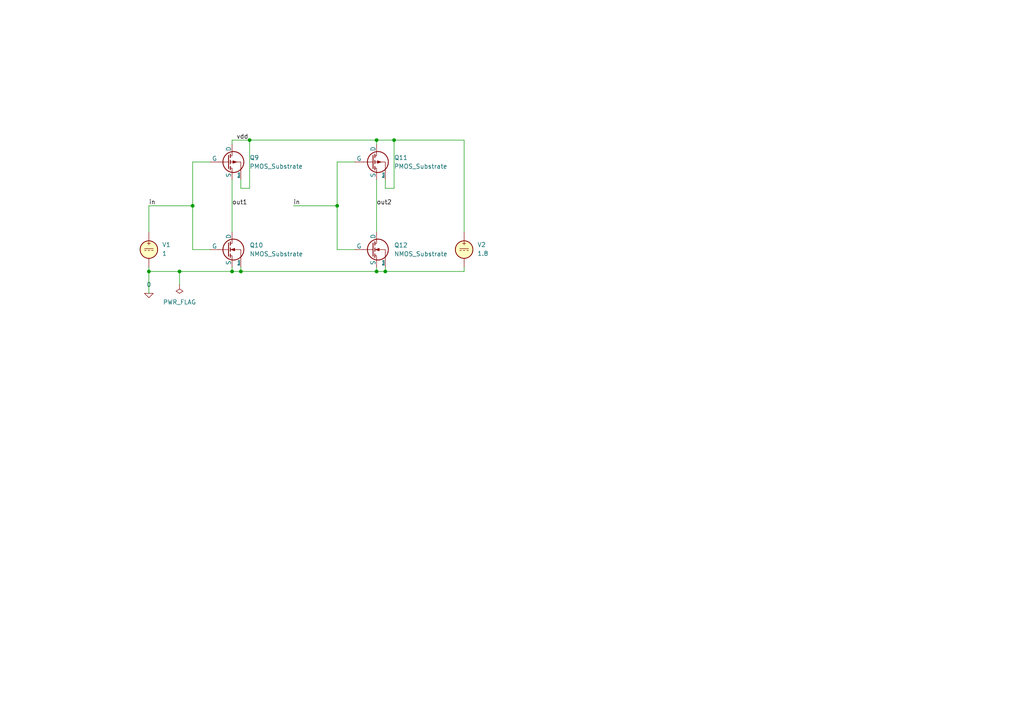
<source format=kicad_sch>
(kicad_sch (version 20250114) (generator "eeschema") (generator_version "9.0")
  (paper "A4")
  (lib_symbols
    (symbol "Simulation_SPICE:0" (power) (pin_numbers (hide yes)) (pin_names (offset 0) (hide yes))
      (property "Value" "0" (at 0 -2.54 0))
      (symbol "0_0_1"
        (polyline (pts (xy -1.27 0) (xy 0 -1.27) (xy 1.27 0) (xy -1.27 0)))
      )
      (symbol "0_1_1"
        (pin power_in line (at 0 0 0) (length 0) (name "~") (number "1"))
      )
    )
    (symbol "Simulation_SPICE:NMOS_Substrate" (pin_numbers (hide yes)) (pin_names (offset 0))
      (property "Reference" "Q" (at 6.985 1.27 0))
      (property "Value" "NMOS_Substrate" (at 6.985 -1.27 0))
      (symbol "NMOS_Substrate_0_1"
        (polyline (pts (xy 1.524 1.905) (xy 1.524 -1.905)) (stroke (width 0.254)))
        (polyline (pts (xy 1.524 0) (xy -1.27 0)))
        (polyline (pts (xy 2.032 2.286) (xy 2.032 1.27)) (stroke (width 0.254)))
        (polyline (pts (xy 2.032 1.778) (xy 2.54 1.778) (xy 2.54 2.54)))
        (polyline (pts (xy 2.032 0.508) (xy 2.032 -0.508)) (stroke (width 0.254)))
        (polyline (pts (xy 2.032 -1.27) (xy 2.032 -2.286)) (stroke (width 0.254)))
        (polyline (pts (xy 2.286 0) (xy 3.302 0.381) (xy 3.302 -0.381) (xy 2.286 0)) (fill (type outline)))
        (polyline (pts (xy 2.54 -2.54) (xy 2.54 -1.778) (xy 2.032 -1.778)))
        (circle (center 2.921 0) (radius 3.0294) (stroke (width 0.254)))
        (polyline (pts (xy 5.08 -2.54) (xy 5.08 0) (xy 2.032 0)))
      )
      (symbol "NMOS_Substrate_1_1"
        (pin input line (at -3.81 0 0) (length 2.54) (name "G") (number "2"))
        (pin passive line (at 2.54 5.08 270) (length 2.54) (name "D") (number "1"))
        (pin passive line (at 2.54 -5.08 90) (length 2.54) (name "S") (number "3"))
        (pin input line (at 5.08 -5.08 90) (length 2.54) (name "Bulk") (number "4"))
      )
    )
    (symbol "Simulation_SPICE:PMOS_Substrate" (pin_numbers (hide yes)) (pin_names (offset 0))
      (property "Reference" "Q" (at 6.35 1.27 0))
      (property "Value" "PMOS_Substrate" (at 6.35 -1.27 0))
      (symbol "PMOS_Substrate_0_1"
        (polyline (pts (xy 1.524 1.905) (xy 1.524 -1.905)) (stroke (width 0.254)))
        (polyline (pts (xy 1.524 0) (xy -1.27 0)))
        (polyline (pts (xy 2.032 2.286) (xy 2.032 1.27)) (stroke (width 0.254)))
        (polyline (pts (xy 2.032 1.778) (xy 2.54 1.778) (xy 2.54 2.54)))
        (polyline (pts (xy 2.032 0.508) (xy 2.032 -0.508)) (stroke (width 0.254)))
        (polyline (pts (xy 2.032 -1.27) (xy 2.032 -2.286)) (stroke (width 0.254)))
        (polyline (pts (xy 2.54 -2.54) (xy 2.54 -1.778) (xy 2.032 -1.778)))
        (circle (center 2.921 0) (radius 3.0294) (stroke (width 0.254)))
        (polyline (pts (xy 3.81 0) (xy 2.794 0.381) (xy 2.794 -0.381) (xy 3.81 0)) (fill (type outline)))
        (polyline (pts (xy 5.08 -2.54) (xy 5.08 0) (xy 2.032 0)))
      )
      (symbol "PMOS_Substrate_1_1"
        (pin input line (at -3.81 0 0) (length 2.54) (name "G") (number "2"))
        (pin passive line (at 2.54 5.08 270) (length 2.54) (name "D") (number "1"))
        (pin passive line (at 2.54 -5.08 90) (length 2.54) (name "S") (number "3"))
        (pin input line (at 5.08 -5.08 90) (length 2.54) (name "Bulk") (number "4"))
      )
    )
    (symbol "Simulation_SPICE:VDC" (pin_numbers (hide yes)) (pin_names (offset 0.0254))
      (property "Reference" "V" (at 2.54 2.54 0))
      (property "Value" "1" (at 2.54 0 0))
      (symbol "VDC_0_0"
        (polyline (pts (xy -1.27 0.254) (xy 1.27 0.254)))
        (polyline (pts (xy -0.762 -0.254) (xy -1.27 -0.254)))
        (polyline (pts (xy 0.254 -0.254) (xy -0.254 -0.254)))
        (polyline (pts (xy 1.27 -0.254) (xy 0.762 -0.254)))
        (text "+" (at 0 1.905 0) (effects (font (size 1.27 1.27))))
      )
      (symbol "VDC_0_1"
        (circle (center 0 0) (radius 2.54) (stroke (width 0.254)) (fill (type background)))
      )
      (symbol "VDC_1_1"
        (pin passive line (at 0 5.08 270) (length 2.54) (name "~") (number "1"))
        (pin passive line (at 0 -5.08 90) (length 2.54) (name "~") (number "2"))
      )
    )
    (symbol "power:PWR_FLAG" (power) (pin_numbers (hide yes)) (pin_names (offset 0) (hide yes))
      (property "Value" "PWR_FLAG" (at 0 3.81 0))
      (symbol "PWR_FLAG_0_0"
        (pin power_out line (at 0 0 90) (length 0) (name "~") (number "1"))
      )
      (symbol "PWR_FLAG_0_1"
        (polyline (pts (xy 0 0) (xy 0 1.27) (xy -1.016 1.905) (xy 0 2.54) (xy 1.016 1.905) (xy 0 1.27)))
      )
    )
  )
  (junction (at 109.22 40.64))
  (junction (at 109.22 78.74))
  (junction (at 55.88 59.69))
  (junction (at 97.79 59.69))
  (junction (at 114.3 40.64))
  (junction (at 69.85 78.74))
  (junction (at 111.76 78.74))
  (junction (at 67.31 78.74))
  (junction (at 52.07 78.74))
  (junction (at 43.18 78.74))
  (junction (at 72.39 40.64))
  (wire (pts (xy 97.79 46.99) (xy 102.87 46.99)))
  (wire (pts (xy 102.87 72.39) (xy 97.79 72.39)))
  (wire (pts (xy 109.22 78.74) (xy 111.76 78.74)))
  (wire (pts (xy 67.31 40.64) (xy 72.39 40.64)))
  (wire (pts (xy 43.18 59.69) (xy 55.88 59.69)))
  (wire (pts (xy 52.07 78.74) (xy 67.31 78.74)))
  (wire (pts (xy 111.76 77.47) (xy 111.76 78.74)))
  (wire (pts (xy 43.18 77.47) (xy 43.18 78.74)))
  (wire (pts (xy 69.85 78.74) (xy 109.22 78.74)))
  (wire (pts (xy 111.76 54.61) (xy 114.3 54.61)))
  (wire (pts (xy 111.76 78.74) (xy 134.62 78.74)))
  (wire (pts (xy 114.3 54.61) (xy 114.3 40.64)))
  (wire (pts (xy 60.96 72.39) (xy 55.88 72.39)))
  (wire (pts (xy 55.88 72.39) (xy 55.88 59.69)))
  (wire (pts (xy 69.85 77.47) (xy 69.85 78.74)))
  (wire (pts (xy 109.22 40.64) (xy 109.22 41.91)))
  (wire (pts (xy 109.22 52.07) (xy 109.22 67.31)))
  (wire (pts (xy 67.31 77.47) (xy 67.31 78.74)))
  (wire (pts (xy 55.88 46.99) (xy 60.96 46.99)))
  (wire (pts (xy 111.76 52.07) (xy 111.76 54.61)))
  (wire (pts (xy 134.62 40.64) (xy 134.62 67.31)))
  (wire (pts (xy 72.39 40.64) (xy 109.22 40.64)))
  (wire (pts (xy 69.85 54.61) (xy 72.39 54.61)))
  (wire (pts (xy 43.18 78.74) (xy 43.18 85.09)))
  (wire (pts (xy 67.31 52.07) (xy 67.31 67.31)))
  (wire (pts (xy 97.79 59.69) (xy 97.79 46.99)))
  (wire (pts (xy 97.79 72.39) (xy 97.79 59.69)))
  (wire (pts (xy 52.07 78.74) (xy 52.07 82.55)))
  (wire (pts (xy 43.18 78.74) (xy 52.07 78.74)))
  (wire (pts (xy 85.09 59.69) (xy 97.79 59.69)))
  (wire (pts (xy 67.31 40.64) (xy 67.31 41.91)))
  (wire (pts (xy 114.3 40.64) (xy 134.62 40.64)))
  (wire (pts (xy 134.62 78.74) (xy 134.62 77.47)))
  (wire (pts (xy 109.22 77.47) (xy 109.22 78.74)))
  (wire (pts (xy 55.88 59.69) (xy 55.88 46.99)))
  (wire (pts (xy 69.85 52.07) (xy 69.85 54.61)))
  (wire (pts (xy 43.18 59.69) (xy 43.18 67.31)))
  (wire (pts (xy 109.22 40.64) (xy 114.3 40.64)))
  (wire (pts (xy 72.39 54.61) (xy 72.39 40.64)))
  (wire (pts (xy 67.31 78.74) (xy 69.85 78.74)))
  (label "out1" (at 67.31 59.69 0))
  (label "in" (at 43.18 59.69 0))
  (label "in" (at 85.09 59.69 0))
  (label "vdd" (at 68.58 40.64 0))
  (label "out2" (at 109.22 59.69 0))
  (symbol (lib_id "Simulation_SPICE:VDC") (at 134.62 72.39 0) (unit 1)
    (property "Reference" "V2" (at 138.43 70.9901 0) (effects (justify left)))
    (property "Value" "1.8" (at 138.43 73.5301 0) (effects (justify left)))
    (property "Datasheet" "https://ngspice.sourceforge.io/docs/ngspice-html-manual/manual.xhtml#sec_Independent_Sources_for" (effects (hide yes)))
    (property "Description" "Voltage source, DC" (effects (hide yes)))
    (property "Sim.Pins" "1=+ 2=-" (effects (hide yes)))
    (property "Sim.Type" "DC" (effects (hide yes)))
    (property "Sim.Device" "V" (effects (hide yes)))
  )
  (symbol (lib_id "Simulation_SPICE:PMOS_Substrate") (at 64.77 46.99 0) (unit 1)
    (property "Reference" "Q9" (at 72.39 45.7199 0) (effects (justify left)))
    (property "Value" "PMOS_Substrate" (at 72.39 48.2599 0) (effects (justify left)))
    (property "Datasheet" "https://ngspice.sourceforge.io/docs/ngspice-html-manual/manual.xhtml#cha_MOSFETs" (effects (hide yes)))
    (property "Description" "P-channel MOSFET symbol with substrate (bulk) pin" (effects (hide yes)))
    (property "Sim.Device" "SUBCKT" (effects (hide yes)))
    (property "Sim.Pins" "1=D 2=G 3=S 4=B" (effects (hide yes)))
    (property "Sim.Library" "model_wrapper" (effects (hide yes)))
    (property "Sim.Name" "18N_PMOS_03" (effects (hide yes)))
  )
  (symbol (lib_id "Simulation_SPICE:NMOS_Substrate") (at 64.77 72.39 0) (unit 1)
    (property "Reference" "Q10" (at 72.39 71.1199 0) (effects (justify left)))
    (property "Value" "NMOS_Substrate" (at 72.39 73.6599 0) (effects (justify left)))
    (property "Datasheet" "https://ngspice.sourceforge.io/docs/ngspice-html-manual/manual.xhtml#cha_MOSFETs" (effects (hide yes)))
    (property "Description" "N-channel MOSFET symbol with substrate (bulk) pin" (effects (hide yes)))
    (property "Sim.Device" "SUBCKT" (effects (hide yes)))
    (property "Sim.Pins" "1=D 2=G 3=S 4=B" (effects (hide yes)))
    (property "Sim.Library" "model_wrapper" (effects (hide yes)))
    (property "Sim.Name" "18N_NMOS" (effects (hide yes)))
  )
  (symbol (lib_id "Simulation_SPICE:NMOS_Substrate") (at 106.68 72.39 0) (unit 1)
    (property "Reference" "Q12" (at 114.3 71.1199 0) (effects (justify left)))
    (property "Value" "NMOS_Substrate" (at 114.3 73.6599 0) (effects (justify left)))
    (property "Datasheet" "https://ngspice.sourceforge.io/docs/ngspice-html-manual/manual.xhtml#cha_MOSFETs" (effects (hide yes)))
    (property "Description" "N-channel MOSFET symbol with substrate (bulk) pin" (effects (hide yes)))
    (property "Sim.Device" "SUBCKT" (effects (hide yes)))
    (property "Sim.Pins" "1=D 2=G 3=S 4=B" (effects (hide yes)))
    (property "Sim.Library" "model_wrapper" (effects (hide yes)))
    (property "Sim.Name" "18N_NMOS" (effects (hide yes)))
  )
  (symbol (lib_id "Simulation_SPICE:PMOS_Substrate") (at 106.68 46.99 0) (unit 1)
    (property "Reference" "Q11" (at 114.3 45.7199 0) (effects (justify left)))
    (property "Value" "PMOS_Substrate" (at 114.3 48.2599 0) (effects (justify left)))
    (property "Datasheet" "https://ngspice.sourceforge.io/docs/ngspice-html-manual/manual.xhtml#cha_MOSFETs" (effects (hide yes)))
    (property "Description" "P-channel MOSFET symbol with substrate (bulk) pin" (effects (hide yes)))
    (property "Sim.Device" "SUBCKT" (effects (hide yes)))
    (property "Sim.Pins" "1=D 2=G 3=S 4=B" (effects (hide yes)))
    (property "Sim.Library" "model_wrapper" (effects (hide yes)))
    (property "Sim.Name" "18N_PMOS_09" (effects (hide yes)))
  )
  (symbol (lib_id "Simulation_SPICE:0") (at 43.18 85.09 0) (unit 1)
    (property "Reference" "#GND01" (effects (hide yes)))
    (property "Value" "0" (at 43.18 82.55 0))
    (property "Datasheet" "https://ngspice.sourceforge.io/docs/ngspice-html-manual/manual.xhtml#subsec_Circuit_elements__device" (effects (hide yes)))
    (property "Description" "0V reference potential for simulation" (effects (hide yes)))
  )
  (symbol (lib_id "Simulation_SPICE:VDC") (at 43.18 72.39 0) (unit 1)
    (property "Reference" "V1" (at 46.99 70.9901 0) (effects (justify left)))
    (property "Value" "1" (at 46.99 73.5301 0) (effects (justify left)))
    (property "Datasheet" "https://ngspice.sourceforge.io/docs/ngspice-html-manual/manual.xhtml#sec_Independent_Sources_for" (effects (hide yes)))
    (property "Description" "Voltage source, DC" (effects (hide yes)))
    (property "Sim.Pins" "1=+ 2=-" (effects (hide yes)))
    (property "Sim.Type" "DC" (effects (hide yes)))
    (property "Sim.Device" "V" (effects (hide yes)))
  )
  (symbol (lib_id "power:PWR_FLAG") (at 52.07 82.55 180) (unit 1)
    (property "Reference" "#FLG01" (effects (hide yes)))
    (property "Value" "PWR_FLAG" (at 52.07 87.63 0))
    (property "Description" "Special symbol for telling ERC where power comes from" (effects (hide yes)))
  )
)
</source>
